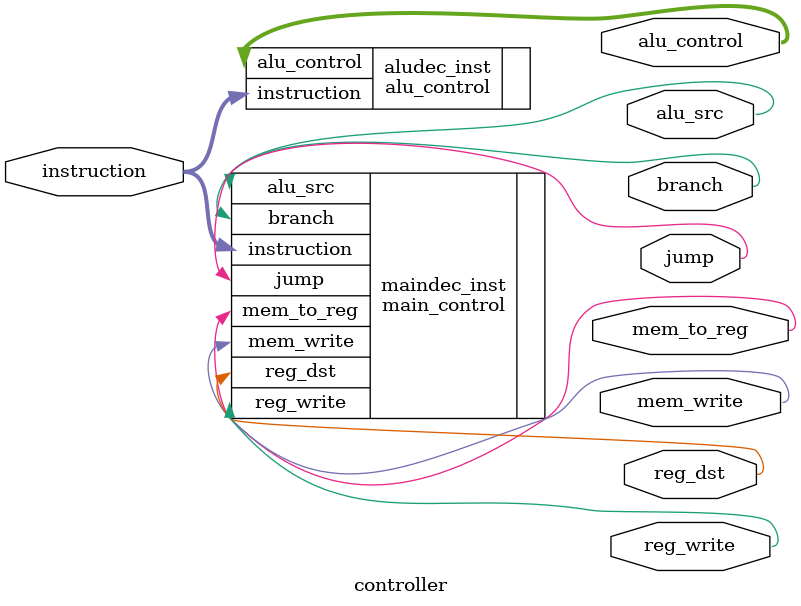
<source format=v>
module controller (
	input  [31:0] instruction     ,
	// other side
	output        branch    ,
	output        jump      ,
	output        mem_to_reg,
	output        mem_write ,
	output        reg_dst   ,
	output        reg_write ,
	// alu side
	output [ 2:0] alu_control,
	output        alu_src
);

	main_control maindec_inst (
		.instruction     (instruction     ),
		.branch    (branch    ),
		.jump      (jump      ),
		.mem_to_reg(mem_to_reg),
		.mem_write (mem_write ),
		.reg_dst   (reg_dst   ),
		.reg_write (reg_write ),
		.alu_src   (alu_src   )
	);

	alu_control aludec_inst (
		.instruction     (instruction     ),
		.alu_control(alu_control)
	);

endmodule
</source>
